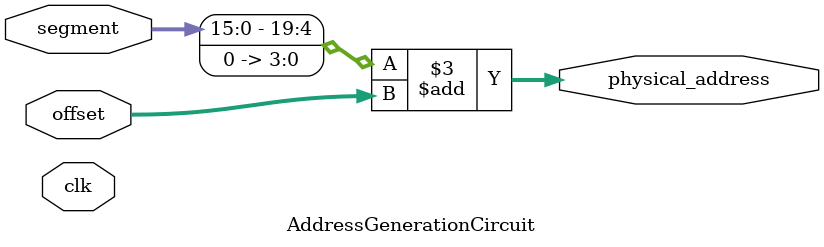
<source format=v>
module AddressGenerationCircuit (
    input clk,
    input [15:0] segment, // Segment address (16 bits) - get the CS
    input [15:0] offset,  // Offset address (16 bits) or IP
    output reg [19:0] physical_address // Physical address (20 bits)
);

    always @(*) begin
        // Compute physical address = (Segment * 16) + Offset
        physical_address = (segment << 4) + offset; // Shift segment left by 4 bits (multiply by 16)
       
    end
endmodule

</source>
